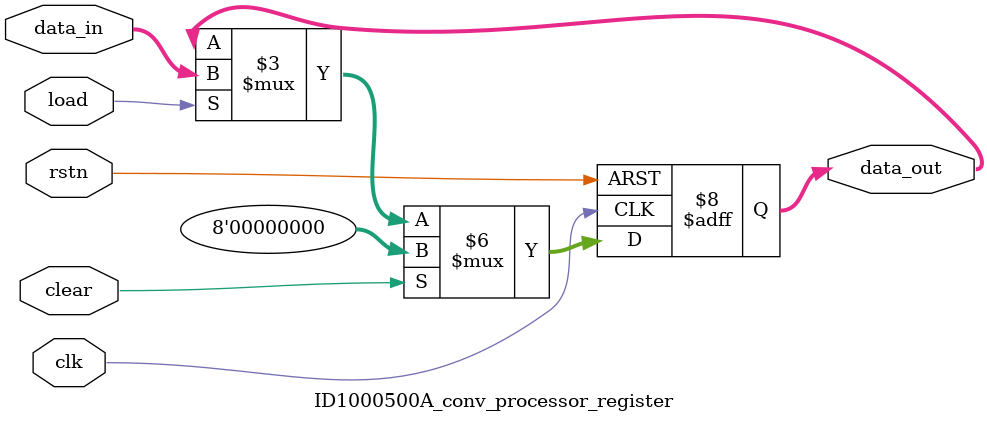
<source format=v>
module ID1000500A_conv_processor_register #(
		parameter DATA_WIDTH= 8
)(
		input wire clk,
		input wire rstn,
		input wire clear,
		input wire load,
		input wire [DATA_WIDTH-1:0] data_in,
		output reg [DATA_WIDTH-1:0] data_out	
	   
);

always@(posedge clk, negedge rstn) begin
		if(!rstn)
				  data_out<={DATA_WIDTH{1'b0}};
		else if(clear)
					data_out<={DATA_WIDTH{1'b0}};
		else if(load)
					data_out<=data_in;	
end

endmodule
</source>
